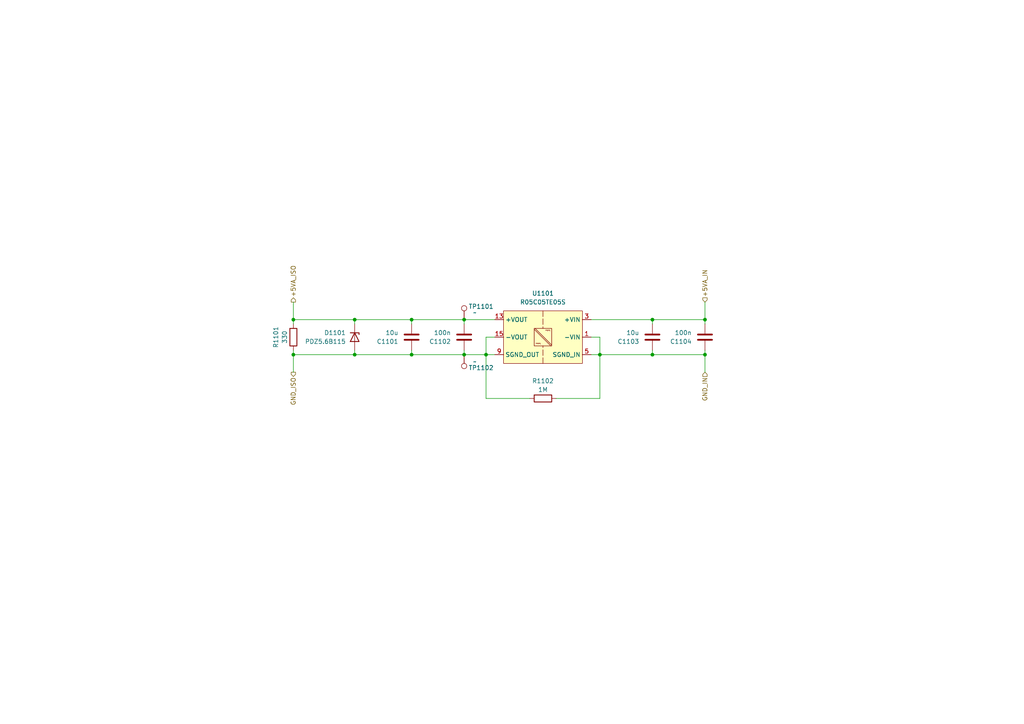
<source format=kicad_sch>
(kicad_sch
	(version 20231120)
	(generator "eeschema")
	(generator_version "8.0")
	(uuid "ede1a434-3ade-4ca1-956e-b7a072de2b56")
	(paper "A4")
	(title_block
		(title "Measurement")
		(date "2025-02-23")
		(rev "0.0.0")
		(company "Open Battery Tester")
		(comment 1 "Isolation DC/DC")
	)
	(lib_symbols
		(symbol "meas:C"
			(pin_numbers hide)
			(pin_names
				(offset 0.254)
			)
			(exclude_from_sim no)
			(in_bom yes)
			(on_board yes)
			(property "Reference" "C"
				(at 0.635 2.54 0)
				(effects
					(font
						(size 1.27 1.27)
					)
					(justify left)
				)
			)
			(property "Value" "C"
				(at 0.635 -2.54 0)
				(effects
					(font
						(size 1.27 1.27)
					)
					(justify left)
				)
			)
			(property "Footprint" ""
				(at 0.9652 -3.81 0)
				(effects
					(font
						(size 1.27 1.27)
					)
					(hide yes)
				)
			)
			(property "Datasheet" "~"
				(at 0 0 0)
				(effects
					(font
						(size 1.27 1.27)
					)
					(hide yes)
				)
			)
			(property "Description" "Unpolarized capacitor"
				(at 0 0 0)
				(effects
					(font
						(size 1.27 1.27)
					)
					(hide yes)
				)
			)
			(property "ki_keywords" "cap capacitor"
				(at 0 0 0)
				(effects
					(font
						(size 1.27 1.27)
					)
					(hide yes)
				)
			)
			(property "ki_fp_filters" "C_*"
				(at 0 0 0)
				(effects
					(font
						(size 1.27 1.27)
					)
					(hide yes)
				)
			)
			(symbol "C_0_1"
				(polyline
					(pts
						(xy -2.032 -0.762) (xy 2.032 -0.762)
					)
					(stroke
						(width 0.508)
						(type default)
					)
					(fill
						(type none)
					)
				)
				(polyline
					(pts
						(xy -2.032 0.762) (xy 2.032 0.762)
					)
					(stroke
						(width 0.508)
						(type default)
					)
					(fill
						(type none)
					)
				)
			)
			(symbol "C_1_1"
				(pin passive line
					(at 0 3.81 270)
					(length 2.794)
					(name "~"
						(effects
							(font
								(size 1.27 1.27)
							)
						)
					)
					(number "1"
						(effects
							(font
								(size 1.27 1.27)
							)
						)
					)
				)
				(pin passive line
					(at 0 -3.81 90)
					(length 2.794)
					(name "~"
						(effects
							(font
								(size 1.27 1.27)
							)
						)
					)
					(number "2"
						(effects
							(font
								(size 1.27 1.27)
							)
						)
					)
				)
			)
		)
		(symbol "meas:D_Zener"
			(pin_numbers hide)
			(pin_names
				(offset 1.016) hide)
			(exclude_from_sim no)
			(in_bom yes)
			(on_board yes)
			(property "Reference" "D"
				(at 0 2.54 0)
				(effects
					(font
						(size 1.27 1.27)
					)
				)
			)
			(property "Value" "D_Zener"
				(at 0 -2.54 0)
				(effects
					(font
						(size 1.27 1.27)
					)
				)
			)
			(property "Footprint" ""
				(at 0 0 0)
				(effects
					(font
						(size 1.27 1.27)
					)
					(hide yes)
				)
			)
			(property "Datasheet" "~"
				(at 0 0 0)
				(effects
					(font
						(size 1.27 1.27)
					)
					(hide yes)
				)
			)
			(property "Description" "Zener diode"
				(at 0 0 0)
				(effects
					(font
						(size 1.27 1.27)
					)
					(hide yes)
				)
			)
			(property "ki_keywords" "diode"
				(at 0 0 0)
				(effects
					(font
						(size 1.27 1.27)
					)
					(hide yes)
				)
			)
			(property "ki_fp_filters" "TO-???* *_Diode_* *SingleDiode* D_*"
				(at 0 0 0)
				(effects
					(font
						(size 1.27 1.27)
					)
					(hide yes)
				)
			)
			(symbol "D_Zener_0_1"
				(polyline
					(pts
						(xy 1.27 0) (xy -1.27 0)
					)
					(stroke
						(width 0)
						(type default)
					)
					(fill
						(type none)
					)
				)
				(polyline
					(pts
						(xy -1.27 -1.27) (xy -1.27 1.27) (xy -0.762 1.27)
					)
					(stroke
						(width 0.254)
						(type default)
					)
					(fill
						(type none)
					)
				)
				(polyline
					(pts
						(xy 1.27 -1.27) (xy 1.27 1.27) (xy -1.27 0) (xy 1.27 -1.27)
					)
					(stroke
						(width 0.254)
						(type default)
					)
					(fill
						(type none)
					)
				)
			)
			(symbol "D_Zener_1_1"
				(pin passive line
					(at -3.81 0 0)
					(length 2.54)
					(name "K"
						(effects
							(font
								(size 1.27 1.27)
							)
						)
					)
					(number "1"
						(effects
							(font
								(size 1.27 1.27)
							)
						)
					)
				)
				(pin passive line
					(at 3.81 0 180)
					(length 2.54)
					(name "A"
						(effects
							(font
								(size 1.27 1.27)
							)
						)
					)
					(number "2"
						(effects
							(font
								(size 1.27 1.27)
							)
						)
					)
				)
			)
		)
		(symbol "meas:R"
			(pin_numbers hide)
			(pin_names
				(offset 0)
			)
			(exclude_from_sim no)
			(in_bom yes)
			(on_board yes)
			(property "Reference" "R"
				(at 2.032 0 90)
				(effects
					(font
						(size 1.27 1.27)
					)
				)
			)
			(property "Value" "R"
				(at 0 0 90)
				(effects
					(font
						(size 1.27 1.27)
					)
				)
			)
			(property "Footprint" ""
				(at -1.778 0 90)
				(effects
					(font
						(size 1.27 1.27)
					)
					(hide yes)
				)
			)
			(property "Datasheet" "~"
				(at 0 0 0)
				(effects
					(font
						(size 1.27 1.27)
					)
					(hide yes)
				)
			)
			(property "Description" "Resistor"
				(at 0 0 0)
				(effects
					(font
						(size 1.27 1.27)
					)
					(hide yes)
				)
			)
			(property "ki_keywords" "R res resistor"
				(at 0 0 0)
				(effects
					(font
						(size 1.27 1.27)
					)
					(hide yes)
				)
			)
			(property "ki_fp_filters" "R_*"
				(at 0 0 0)
				(effects
					(font
						(size 1.27 1.27)
					)
					(hide yes)
				)
			)
			(symbol "R_0_1"
				(rectangle
					(start -1.016 -2.54)
					(end 1.016 2.54)
					(stroke
						(width 0.254)
						(type default)
					)
					(fill
						(type none)
					)
				)
			)
			(symbol "R_1_1"
				(pin passive line
					(at 0 3.81 270)
					(length 1.27)
					(name "~"
						(effects
							(font
								(size 1.27 1.27)
							)
						)
					)
					(number "1"
						(effects
							(font
								(size 1.27 1.27)
							)
						)
					)
				)
				(pin passive line
					(at 0 -3.81 90)
					(length 1.27)
					(name "~"
						(effects
							(font
								(size 1.27 1.27)
							)
						)
					)
					(number "2"
						(effects
							(font
								(size 1.27 1.27)
							)
						)
					)
				)
			)
		)
		(symbol "meas:R05C05TE05S"
			(exclude_from_sim no)
			(in_bom yes)
			(on_board yes)
			(property "Reference" "U"
				(at 0 11.43 0)
				(effects
					(font
						(size 1.27 1.27)
					)
				)
			)
			(property "Value" "R05C05TE05S"
				(at 0 8.89 0)
				(effects
					(font
						(size 1.27 1.27)
					)
				)
			)
			(property "Footprint" "Package_SO:SOIC-16W_7.5x10.3mm_P1.27mm"
				(at 0 0 0)
				(effects
					(font
						(size 1.27 1.27)
					)
					(hide yes)
				)
			)
			(property "Datasheet" "https://g.recomcdn.com/media/Datasheet/pdf/.fZe7-AHZ/.tce0d3579c4367bc096e6/Datasheet-514/RxxC05TExxS.pdf"
				(at 0 0 0)
				(effects
					(font
						(size 1.27 1.27)
					)
					(hide yes)
				)
			)
			(property "Description" "DC/DC Converter, Isolated, Regulated"
				(at 0 0 0)
				(effects
					(font
						(size 1.27 1.27)
					)
					(hide yes)
				)
			)
			(symbol "R05C05TE05S_0_0"
				(pin power_in line
					(at -13.97 0 0)
					(length 2.54)
					(name "-VIN"
						(effects
							(font
								(size 1.27 1.27)
							)
						)
					)
					(number "1"
						(effects
							(font
								(size 1.27 1.27)
							)
						)
					)
				)
				(pin passive line
					(at 13.97 -5.08 180)
					(length 2.54) hide
					(name "SGND_OUT"
						(effects
							(font
								(size 1.27 1.27)
							)
						)
					)
					(number "11"
						(effects
							(font
								(size 1.27 1.27)
							)
						)
					)
				)
				(pin passive line
					(at 13.97 -5.08 180)
					(length 2.54) hide
					(name "SGND_OUT"
						(effects
							(font
								(size 1.27 1.27)
							)
						)
					)
					(number "12"
						(effects
							(font
								(size 1.27 1.27)
							)
						)
					)
				)
				(pin power_out line
					(at 13.97 5.08 180)
					(length 2.54)
					(name "+VOUT"
						(effects
							(font
								(size 1.27 1.27)
							)
						)
					)
					(number "13"
						(effects
							(font
								(size 1.27 1.27)
							)
						)
					)
				)
				(pin passive line
					(at 13.97 5.08 180)
					(length 2.54) hide
					(name "+VOUT"
						(effects
							(font
								(size 1.27 1.27)
							)
						)
					)
					(number "14"
						(effects
							(font
								(size 1.27 1.27)
							)
						)
					)
				)
				(pin power_out line
					(at 13.97 0 180)
					(length 2.54)
					(name "-VOUT"
						(effects
							(font
								(size 1.27 1.27)
							)
						)
					)
					(number "15"
						(effects
							(font
								(size 1.27 1.27)
							)
						)
					)
				)
				(pin passive line
					(at 13.97 0 180)
					(length 2.54) hide
					(name "-VOUT"
						(effects
							(font
								(size 1.27 1.27)
							)
						)
					)
					(number "16"
						(effects
							(font
								(size 1.27 1.27)
							)
						)
					)
				)
				(pin passive line
					(at -13.97 0 0)
					(length 2.54) hide
					(name "-VIN"
						(effects
							(font
								(size 1.27 1.27)
							)
						)
					)
					(number "2"
						(effects
							(font
								(size 1.27 1.27)
							)
						)
					)
				)
				(pin power_in line
					(at -13.97 5.08 0)
					(length 2.54)
					(name "+VIN"
						(effects
							(font
								(size 1.27 1.27)
							)
						)
					)
					(number "3"
						(effects
							(font
								(size 1.27 1.27)
							)
						)
					)
				)
				(pin passive line
					(at -13.97 5.08 0)
					(length 2.54) hide
					(name "+VIN"
						(effects
							(font
								(size 1.27 1.27)
							)
						)
					)
					(number "4"
						(effects
							(font
								(size 1.27 1.27)
							)
						)
					)
				)
				(pin input line
					(at -13.97 -5.08 0)
					(length 2.54)
					(name "SGND_IN"
						(effects
							(font
								(size 1.27 1.27)
							)
						)
					)
					(number "5"
						(effects
							(font
								(size 1.27 1.27)
							)
						)
					)
				)
				(pin passive line
					(at -13.97 -5.08 0)
					(length 2.54) hide
					(name "SGND_IN"
						(effects
							(font
								(size 1.27 1.27)
							)
						)
					)
					(number "6"
						(effects
							(font
								(size 1.27 1.27)
							)
						)
					)
				)
				(pin passive line
					(at -13.97 -5.08 0)
					(length 2.54) hide
					(name "SGND_IN"
						(effects
							(font
								(size 1.27 1.27)
							)
						)
					)
					(number "7"
						(effects
							(font
								(size 1.27 1.27)
							)
						)
					)
				)
				(pin passive line
					(at -13.97 -5.08 0)
					(length 2.54) hide
					(name "SGND_IN"
						(effects
							(font
								(size 1.27 1.27)
							)
						)
					)
					(number "8"
						(effects
							(font
								(size 1.27 1.27)
							)
						)
					)
				)
				(pin input line
					(at 13.97 -5.08 180)
					(length 2.54)
					(name "SGND_OUT"
						(effects
							(font
								(size 1.27 1.27)
							)
						)
					)
					(number "9"
						(effects
							(font
								(size 1.27 1.27)
							)
						)
					)
				)
			)
			(symbol "R05C05TE05S_0_1"
				(rectangle
					(start -2.54 2.54)
					(end 2.54 -2.54)
					(stroke
						(width 0)
						(type default)
					)
					(fill
						(type none)
					)
				)
				(polyline
					(pts
						(xy -2.286 -2.54) (xy -2.286 -2.54)
					)
					(stroke
						(width 0)
						(type default)
					)
					(fill
						(type none)
					)
				)
				(polyline
					(pts
						(xy -2.032 1.778) (xy -0.762 1.778)
					)
					(stroke
						(width 0)
						(type dot)
					)
					(fill
						(type none)
					)
				)
				(polyline
					(pts
						(xy -2.032 2.032) (xy -0.762 2.032)
					)
					(stroke
						(width 0)
						(type default)
					)
					(fill
						(type none)
					)
				)
				(polyline
					(pts
						(xy -0.762 1.778) (xy -0.762 1.778)
					)
					(stroke
						(width 0)
						(type default)
					)
					(fill
						(type none)
					)
				)
				(polyline
					(pts
						(xy 0.762 -2.032) (xy 2.032 -2.032)
					)
					(stroke
						(width 0)
						(type dot)
					)
					(fill
						(type none)
					)
				)
				(polyline
					(pts
						(xy 0.762 -1.778) (xy 2.032 -1.778)
					)
					(stroke
						(width 0)
						(type default)
					)
					(fill
						(type none)
					)
				)
				(polyline
					(pts
						(xy 2.286 2.54) (xy -2.54 -2.286)
					)
					(stroke
						(width 0)
						(type default)
					)
					(fill
						(type none)
					)
				)
				(polyline
					(pts
						(xy 2.54 2.286) (xy -2.286 -2.54)
					)
					(stroke
						(width 0)
						(type default)
					)
					(fill
						(type none)
					)
				)
			)
			(symbol "R05C05TE05S_1_0"
				(pin no_connect non_logic
					(at 0 10.16 270)
					(length 2.54) hide
					(name "DNC"
						(effects
							(font
								(size 1.27 1.27)
							)
						)
					)
					(number "10"
						(effects
							(font
								(size 1.27 1.27)
							)
						)
					)
				)
			)
			(symbol "R05C05TE05S_1_1"
				(rectangle
					(start -11.43 7.62)
					(end 11.43 -7.62)
					(stroke
						(width 0)
						(type default)
					)
					(fill
						(type background)
					)
				)
				(polyline
					(pts
						(xy 0 -7.62) (xy 0 -2.54)
					)
					(stroke
						(width 0)
						(type dash)
					)
					(fill
						(type none)
					)
				)
				(polyline
					(pts
						(xy 0 7.62) (xy 0 2.54)
					)
					(stroke
						(width 0)
						(type dash)
					)
					(fill
						(type none)
					)
				)
			)
		)
		(symbol "meas:TestPoint"
			(pin_numbers hide)
			(pin_names
				(offset 0.762) hide)
			(exclude_from_sim no)
			(in_bom yes)
			(on_board yes)
			(property "Reference" "TP"
				(at 0 6.858 0)
				(effects
					(font
						(size 1.27 1.27)
					)
				)
			)
			(property "Value" "TestPoint"
				(at 0 5.08 0)
				(effects
					(font
						(size 1.27 1.27)
					)
				)
			)
			(property "Footprint" ""
				(at 5.08 0 0)
				(effects
					(font
						(size 1.27 1.27)
					)
					(hide yes)
				)
			)
			(property "Datasheet" "~"
				(at 5.08 0 0)
				(effects
					(font
						(size 1.27 1.27)
					)
					(hide yes)
				)
			)
			(property "Description" "test point"
				(at 0 0 0)
				(effects
					(font
						(size 1.27 1.27)
					)
					(hide yes)
				)
			)
			(property "ki_keywords" "test point tp"
				(at 0 0 0)
				(effects
					(font
						(size 1.27 1.27)
					)
					(hide yes)
				)
			)
			(property "ki_fp_filters" "Pin* Test*"
				(at 0 0 0)
				(effects
					(font
						(size 1.27 1.27)
					)
					(hide yes)
				)
			)
			(symbol "TestPoint_0_1"
				(circle
					(center 0 3.302)
					(radius 0.762)
					(stroke
						(width 0)
						(type default)
					)
					(fill
						(type none)
					)
				)
			)
			(symbol "TestPoint_1_1"
				(pin passive line
					(at 0 0 90)
					(length 2.54)
					(name "1"
						(effects
							(font
								(size 1.27 1.27)
							)
						)
					)
					(number "1"
						(effects
							(font
								(size 1.27 1.27)
							)
						)
					)
				)
			)
		)
	)
	(junction
		(at 134.62 102.87)
		(diameter 0)
		(color 0 0 0 0)
		(uuid "0fe40f0d-be22-4c92-a3af-ac46ee96675f")
	)
	(junction
		(at 140.97 102.87)
		(diameter 0)
		(color 0 0 0 0)
		(uuid "111b0ed6-65e5-4f09-b08b-9858d51e4206")
	)
	(junction
		(at 119.38 102.87)
		(diameter 0)
		(color 0 0 0 0)
		(uuid "20afa583-9f24-4903-8ec1-921384d9686b")
	)
	(junction
		(at 173.99 102.87)
		(diameter 0)
		(color 0 0 0 0)
		(uuid "23cd4521-f1f9-44db-92c4-60885f2a29bf")
	)
	(junction
		(at 204.47 102.87)
		(diameter 0)
		(color 0 0 0 0)
		(uuid "279164ed-ca6e-4fe6-a06a-6aa3935ebb6c")
	)
	(junction
		(at 134.62 92.71)
		(diameter 0)
		(color 0 0 0 0)
		(uuid "57ae4673-4ef1-4aa9-a619-2bb360d044b3")
	)
	(junction
		(at 189.23 102.87)
		(diameter 0)
		(color 0 0 0 0)
		(uuid "5b053253-1415-40e8-bed7-3cff4a972484")
	)
	(junction
		(at 204.47 92.71)
		(diameter 0)
		(color 0 0 0 0)
		(uuid "91418a4f-a852-4606-9c96-bfeb52b6e608")
	)
	(junction
		(at 119.38 92.71)
		(diameter 0)
		(color 0 0 0 0)
		(uuid "b082c333-8a9c-4758-8692-2b9bde964657")
	)
	(junction
		(at 102.87 102.87)
		(diameter 0)
		(color 0 0 0 0)
		(uuid "c9b08b2d-ea0d-4311-ad9b-6ad4771a1fd6")
	)
	(junction
		(at 85.09 102.87)
		(diameter 0)
		(color 0 0 0 0)
		(uuid "e13fe924-8046-44ec-8ca0-c4eec8a2b29a")
	)
	(junction
		(at 85.09 92.71)
		(diameter 0)
		(color 0 0 0 0)
		(uuid "e45d805d-2092-4cff-8225-29f0caef7197")
	)
	(junction
		(at 189.23 92.71)
		(diameter 0)
		(color 0 0 0 0)
		(uuid "ead167de-f60f-4971-9b8c-d10d53196a8a")
	)
	(junction
		(at 102.87 92.71)
		(diameter 0)
		(color 0 0 0 0)
		(uuid "f29efa42-2079-48c8-afc5-08c1b8ae4c26")
	)
	(wire
		(pts
			(xy 119.38 101.6) (xy 119.38 102.87)
		)
		(stroke
			(width 0)
			(type default)
		)
		(uuid "01e812d6-5885-4732-9ae7-9a784848c43c")
	)
	(wire
		(pts
			(xy 171.45 102.87) (xy 173.99 102.87)
		)
		(stroke
			(width 0)
			(type default)
		)
		(uuid "091d7e69-bbb7-4752-8c5e-aad19bfa3fe9")
	)
	(wire
		(pts
			(xy 85.09 93.98) (xy 85.09 92.71)
		)
		(stroke
			(width 0)
			(type default)
		)
		(uuid "166245e7-f17a-45c9-ad53-8adddff253d5")
	)
	(wire
		(pts
			(xy 140.97 102.87) (xy 143.51 102.87)
		)
		(stroke
			(width 0)
			(type default)
		)
		(uuid "1c3c0431-f053-47a5-ae92-cbc36e6f5fb4")
	)
	(wire
		(pts
			(xy 189.23 93.98) (xy 189.23 92.71)
		)
		(stroke
			(width 0)
			(type default)
		)
		(uuid "21775dba-9fd9-4f47-bf06-05bf307df21c")
	)
	(wire
		(pts
			(xy 134.62 92.71) (xy 143.51 92.71)
		)
		(stroke
			(width 0)
			(type default)
		)
		(uuid "24fcb521-71cd-4195-918c-4fc8460d4103")
	)
	(wire
		(pts
			(xy 204.47 92.71) (xy 189.23 92.71)
		)
		(stroke
			(width 0)
			(type default)
		)
		(uuid "2e3bb84c-b3c1-41e6-b7df-752748035829")
	)
	(wire
		(pts
			(xy 171.45 97.79) (xy 173.99 97.79)
		)
		(stroke
			(width 0)
			(type default)
		)
		(uuid "2f9c3b91-fc32-47ea-9ae1-efc905949c78")
	)
	(wire
		(pts
			(xy 140.97 97.79) (xy 140.97 102.87)
		)
		(stroke
			(width 0)
			(type default)
		)
		(uuid "33bfc146-81f7-45c3-9709-d1fffde61697")
	)
	(wire
		(pts
			(xy 102.87 101.6) (xy 102.87 102.87)
		)
		(stroke
			(width 0)
			(type default)
		)
		(uuid "346cecfd-8408-4628-9476-324cc6c6a432")
	)
	(wire
		(pts
			(xy 189.23 101.6) (xy 189.23 102.87)
		)
		(stroke
			(width 0)
			(type default)
		)
		(uuid "36038b32-b994-4bbc-ac27-77f79eaca0f2")
	)
	(wire
		(pts
			(xy 102.87 102.87) (xy 119.38 102.87)
		)
		(stroke
			(width 0)
			(type default)
		)
		(uuid "38c20055-4824-49f3-99ca-a33867abb65b")
	)
	(wire
		(pts
			(xy 119.38 92.71) (xy 134.62 92.71)
		)
		(stroke
			(width 0)
			(type default)
		)
		(uuid "39be44bb-07ed-4abb-9185-0be4699f1a84")
	)
	(wire
		(pts
			(xy 140.97 102.87) (xy 140.97 115.57)
		)
		(stroke
			(width 0)
			(type default)
		)
		(uuid "3e23c767-2ef2-4baa-9ade-b1d359b37aad")
	)
	(wire
		(pts
			(xy 119.38 93.98) (xy 119.38 92.71)
		)
		(stroke
			(width 0)
			(type default)
		)
		(uuid "4b1dd27f-2534-472b-9df4-aa3a782ed3e9")
	)
	(wire
		(pts
			(xy 161.29 115.57) (xy 173.99 115.57)
		)
		(stroke
			(width 0)
			(type default)
		)
		(uuid "50093ce9-ba7a-4330-98c6-e09482fbb152")
	)
	(wire
		(pts
			(xy 134.62 92.71) (xy 134.62 93.98)
		)
		(stroke
			(width 0)
			(type default)
		)
		(uuid "55f2a8db-5e17-4785-aa51-8c43bed2c402")
	)
	(wire
		(pts
			(xy 173.99 97.79) (xy 173.99 102.87)
		)
		(stroke
			(width 0)
			(type default)
		)
		(uuid "6321d685-270b-454a-a1f2-e4c5532a32d2")
	)
	(wire
		(pts
			(xy 140.97 115.57) (xy 153.67 115.57)
		)
		(stroke
			(width 0)
			(type default)
		)
		(uuid "6b32bff4-faa3-492f-b779-436a212d1b2a")
	)
	(wire
		(pts
			(xy 204.47 87.63) (xy 204.47 92.71)
		)
		(stroke
			(width 0)
			(type default)
		)
		(uuid "78faca75-433e-4ea2-9a53-a48280aa0433")
	)
	(wire
		(pts
			(xy 85.09 102.87) (xy 85.09 107.95)
		)
		(stroke
			(width 0)
			(type default)
		)
		(uuid "7b34f058-b4ec-4289-94a3-470ac34e845e")
	)
	(wire
		(pts
			(xy 85.09 92.71) (xy 102.87 92.71)
		)
		(stroke
			(width 0)
			(type default)
		)
		(uuid "8e665d8d-fc14-46ab-8095-e744054b0776")
	)
	(wire
		(pts
			(xy 204.47 101.6) (xy 204.47 102.87)
		)
		(stroke
			(width 0)
			(type default)
		)
		(uuid "8ebbb244-2628-46fd-a8df-8dc70d3528d1")
	)
	(wire
		(pts
			(xy 171.45 92.71) (xy 189.23 92.71)
		)
		(stroke
			(width 0)
			(type default)
		)
		(uuid "8efc38b1-ac34-4a93-96b5-d2ef87028b9a")
	)
	(wire
		(pts
			(xy 173.99 115.57) (xy 173.99 102.87)
		)
		(stroke
			(width 0)
			(type default)
		)
		(uuid "95bd38c1-2dce-4bd1-8e4d-4fb38858205c")
	)
	(wire
		(pts
			(xy 85.09 102.87) (xy 85.09 101.6)
		)
		(stroke
			(width 0)
			(type default)
		)
		(uuid "98d9ab8d-4e0c-4a8a-8141-ecebce11f65f")
	)
	(wire
		(pts
			(xy 204.47 102.87) (xy 204.47 107.95)
		)
		(stroke
			(width 0)
			(type default)
		)
		(uuid "990d50fe-67db-43ea-9d88-7bf11862af3b")
	)
	(wire
		(pts
			(xy 102.87 93.98) (xy 102.87 92.71)
		)
		(stroke
			(width 0)
			(type default)
		)
		(uuid "9a4c1628-4384-4a14-a8dc-325f98c3b1e8")
	)
	(wire
		(pts
			(xy 134.62 102.87) (xy 140.97 102.87)
		)
		(stroke
			(width 0)
			(type default)
		)
		(uuid "a167f56f-b5f5-418f-8075-d7b4029f8d4e")
	)
	(wire
		(pts
			(xy 102.87 92.71) (xy 119.38 92.71)
		)
		(stroke
			(width 0)
			(type default)
		)
		(uuid "a7936512-06c7-4e90-ac46-27455b1109c6")
	)
	(wire
		(pts
			(xy 134.62 101.6) (xy 134.62 102.87)
		)
		(stroke
			(width 0)
			(type default)
		)
		(uuid "ad0d3615-603a-406f-aea5-46fff477ee1c")
	)
	(wire
		(pts
			(xy 102.87 102.87) (xy 85.09 102.87)
		)
		(stroke
			(width 0)
			(type default)
		)
		(uuid "b02aabc4-1298-4ae0-bdcf-2b26806194c6")
	)
	(wire
		(pts
			(xy 173.99 102.87) (xy 189.23 102.87)
		)
		(stroke
			(width 0)
			(type default)
		)
		(uuid "bc2719eb-bcd4-4a18-8f22-390cac59e35a")
	)
	(wire
		(pts
			(xy 204.47 102.87) (xy 189.23 102.87)
		)
		(stroke
			(width 0)
			(type default)
		)
		(uuid "c7c39f6f-b63b-4810-8b51-4a50bfbfe55b")
	)
	(wire
		(pts
			(xy 143.51 97.79) (xy 140.97 97.79)
		)
		(stroke
			(width 0)
			(type default)
		)
		(uuid "cd6278c1-958b-4f59-a6e2-2d98c12f9cbc")
	)
	(wire
		(pts
			(xy 85.09 92.71) (xy 85.09 87.63)
		)
		(stroke
			(width 0)
			(type default)
		)
		(uuid "e35d933c-366d-4cc5-b038-2ee292802afc")
	)
	(wire
		(pts
			(xy 134.62 102.87) (xy 119.38 102.87)
		)
		(stroke
			(width 0)
			(type default)
		)
		(uuid "eee6e3da-549c-47a5-87d4-536d8848584d")
	)
	(wire
		(pts
			(xy 204.47 93.98) (xy 204.47 92.71)
		)
		(stroke
			(width 0)
			(type default)
		)
		(uuid "fdec11a1-499a-4956-abcd-aa1afe633874")
	)
	(hierarchical_label "GND_ISO"
		(shape output)
		(at 85.09 107.95 270)
		(fields_autoplaced yes)
		(effects
			(font
				(size 1.27 1.27)
			)
			(justify right)
		)
		(uuid "0631c0c8-3364-47a0-8530-6e274eca0bcc")
	)
	(hierarchical_label "+5VA_IN"
		(shape input)
		(at 204.47 87.63 90)
		(fields_autoplaced yes)
		(effects
			(font
				(size 1.27 1.27)
			)
			(justify left)
		)
		(uuid "2f3962e3-a195-479b-afcd-8b46d91a7e03")
	)
	(hierarchical_label "GND_IN"
		(shape input)
		(at 204.47 107.95 270)
		(fields_autoplaced yes)
		(effects
			(font
				(size 1.27 1.27)
			)
			(justify right)
		)
		(uuid "9e070ed5-45fc-4e46-82b7-266c6b950621")
	)
	(hierarchical_label "+5VA_ISO"
		(shape output)
		(at 85.09 87.63 90)
		(fields_autoplaced yes)
		(effects
			(font
				(size 1.27 1.27)
			)
			(justify left)
		)
		(uuid "f5fa3861-d01b-4c30-a8b2-4a36c215c0ed")
	)
	(symbol
		(lib_id "meas:R")
		(at 157.48 115.57 90)
		(unit 1)
		(exclude_from_sim no)
		(in_bom yes)
		(on_board yes)
		(dnp no)
		(uuid "06251ac9-2785-47ae-89d2-facbde8d49e5")
		(property "Reference" "R1102"
			(at 157.48 110.49 90)
			(effects
				(font
					(size 1.27 1.27)
				)
			)
		)
		(property "Value" "1M"
			(at 157.48 113.03 90)
			(effects
				(font
					(size 1.27 1.27)
				)
			)
		)
		(property "Footprint" "meas:R_1210_3225Metric_Pad1.30x2.65mm_HandSolder"
			(at 157.48 117.348 90)
			(effects
				(font
					(size 1.27 1.27)
				)
				(hide yes)
			)
		)
		(property "Datasheet" "./datasheet/R_SMD_Yageo.pdf"
			(at 157.48 115.57 0)
			(effects
				(font
					(size 1.27 1.27)
				)
				(hide yes)
			)
		)
		(property "Description" "Resistor"
			(at 157.48 115.57 0)
			(effects
				(font
					(size 1.27 1.27)
				)
				(hide yes)
			)
		)
		(property "MPN" "RC1210FR-071ML"
			(at 157.48 115.57 0)
			(effects
				(font
					(size 1.27 1.27)
				)
				(hide yes)
			)
		)
		(property "VPN" "603-RC1210FR-071ML"
			(at 157.48 115.57 0)
			(effects
				(font
					(size 1.27 1.27)
				)
				(hide yes)
			)
		)
		(pin "1"
			(uuid "aa7e5ddd-1fa1-4f04-9958-8bb8e1870f71")
		)
		(pin "2"
			(uuid "484c5237-1ee8-4f3a-8656-2457f34b8395")
		)
		(instances
			(project "meas"
				(path "/f710e4da-f895-4fe1-9122-3234febe82c7/88ef241f-2c81-4530-a1b0-8807865e8a1b"
					(reference "R1102")
					(unit 1)
				)
				(path "/f710e4da-f895-4fe1-9122-3234febe82c7/008bd584-3da4-49b8-9c46-45e2dc96c3df"
					(reference "R1202")
					(unit 1)
				)
				(path "/f710e4da-f895-4fe1-9122-3234febe82c7/affef7c6-81ec-4fdf-ac2f-2b333cd52648"
					(reference "R1302")
					(unit 1)
				)
				(path "/f710e4da-f895-4fe1-9122-3234febe82c7/b5f87f4b-fb53-4809-8a32-dbb08658c8bc"
					(reference "R1402")
					(unit 1)
				)
			)
		)
	)
	(symbol
		(lib_id "meas:C")
		(at 134.62 97.79 180)
		(unit 1)
		(exclude_from_sim no)
		(in_bom yes)
		(on_board yes)
		(dnp no)
		(uuid "0df03ce5-97e7-4027-a5fb-b52d8048af51")
		(property "Reference" "C1102"
			(at 130.81 99.0601 0)
			(effects
				(font
					(size 1.27 1.27)
				)
				(justify left)
			)
		)
		(property "Value" "100n"
			(at 130.81 96.5201 0)
			(effects
				(font
					(size 1.27 1.27)
				)
				(justify left)
			)
		)
		(property "Footprint" "meas:C_0805_2012Metric_Pad1.18x1.45mm_HandSolder"
			(at 133.6548 93.98 0)
			(effects
				(font
					(size 1.27 1.27)
				)
				(hide yes)
			)
		)
		(property "Datasheet" "./datasheet/C_SMD_X7R_Kemet.pdf"
			(at 134.62 97.79 0)
			(effects
				(font
					(size 1.27 1.27)
				)
				(hide yes)
			)
		)
		(property "Description" "Unpolarized capacitor"
			(at 134.62 97.79 0)
			(effects
				(font
					(size 1.27 1.27)
				)
				(hide yes)
			)
		)
		(property "MPN" "C0805C104K3RACTU"
			(at 134.62 97.79 0)
			(effects
				(font
					(size 1.27 1.27)
				)
				(hide yes)
			)
		)
		(property "VPN" "80-C0805C104K3R"
			(at 134.62 97.79 0)
			(effects
				(font
					(size 1.27 1.27)
				)
				(hide yes)
			)
		)
		(pin "1"
			(uuid "27d5b417-7e48-4de6-9246-b5c27c68fa4c")
		)
		(pin "2"
			(uuid "5330a6c4-dad2-4805-ac59-abd947a70d86")
		)
		(instances
			(project "meas"
				(path "/f710e4da-f895-4fe1-9122-3234febe82c7/88ef241f-2c81-4530-a1b0-8807865e8a1b"
					(reference "C1102")
					(unit 1)
				)
				(path "/f710e4da-f895-4fe1-9122-3234febe82c7/008bd584-3da4-49b8-9c46-45e2dc96c3df"
					(reference "C1202")
					(unit 1)
				)
				(path "/f710e4da-f895-4fe1-9122-3234febe82c7/affef7c6-81ec-4fdf-ac2f-2b333cd52648"
					(reference "C1302")
					(unit 1)
				)
				(path "/f710e4da-f895-4fe1-9122-3234febe82c7/b5f87f4b-fb53-4809-8a32-dbb08658c8bc"
					(reference "C1402")
					(unit 1)
				)
			)
		)
	)
	(symbol
		(lib_id "meas:C")
		(at 119.38 97.79 180)
		(unit 1)
		(exclude_from_sim no)
		(in_bom yes)
		(on_board yes)
		(dnp no)
		(uuid "26f603bb-9a48-4512-8b05-2401876cc43f")
		(property "Reference" "C1101"
			(at 115.57 99.0601 0)
			(effects
				(font
					(size 1.27 1.27)
				)
				(justify left)
			)
		)
		(property "Value" "10u"
			(at 115.57 96.5201 0)
			(effects
				(font
					(size 1.27 1.27)
				)
				(justify left)
			)
		)
		(property "Footprint" "meas:C_1210_3225Metric_Pad1.33x2.70mm_HandSolder"
			(at 118.4148 93.98 0)
			(effects
				(font
					(size 1.27 1.27)
				)
				(hide yes)
			)
		)
		(property "Datasheet" "./datasheet/C_SMD_X7R_Kemet.pdf"
			(at 119.38 97.79 0)
			(effects
				(font
					(size 1.27 1.27)
				)
				(hide yes)
			)
		)
		(property "Description" "Unpolarized capacitor"
			(at 119.38 97.79 0)
			(effects
				(font
					(size 1.27 1.27)
				)
				(hide yes)
			)
		)
		(property "MPN" "C1210C106K3RACTU"
			(at 119.38 97.79 0)
			(effects
				(font
					(size 1.27 1.27)
				)
				(hide yes)
			)
		)
		(property "VPN" "80-C1210C106K3R"
			(at 119.38 97.79 0)
			(effects
				(font
					(size 1.27 1.27)
				)
				(hide yes)
			)
		)
		(pin "1"
			(uuid "b3690767-7c1f-4a64-80bb-85930235b3e1")
		)
		(pin "2"
			(uuid "9cf20229-f1f9-455c-a4b8-dc516a55a152")
		)
		(instances
			(project "meas"
				(path "/f710e4da-f895-4fe1-9122-3234febe82c7/88ef241f-2c81-4530-a1b0-8807865e8a1b"
					(reference "C1101")
					(unit 1)
				)
				(path "/f710e4da-f895-4fe1-9122-3234febe82c7/008bd584-3da4-49b8-9c46-45e2dc96c3df"
					(reference "C1201")
					(unit 1)
				)
				(path "/f710e4da-f895-4fe1-9122-3234febe82c7/affef7c6-81ec-4fdf-ac2f-2b333cd52648"
					(reference "C1301")
					(unit 1)
				)
				(path "/f710e4da-f895-4fe1-9122-3234febe82c7/b5f87f4b-fb53-4809-8a32-dbb08658c8bc"
					(reference "C1401")
					(unit 1)
				)
			)
		)
	)
	(symbol
		(lib_id "meas:R")
		(at 85.09 97.79 180)
		(unit 1)
		(exclude_from_sim no)
		(in_bom yes)
		(on_board yes)
		(dnp no)
		(uuid "41eb8f1f-02c9-431c-94e0-f56be8198959")
		(property "Reference" "R1101"
			(at 80.01 97.79 90)
			(effects
				(font
					(size 1.27 1.27)
				)
			)
		)
		(property "Value" "330"
			(at 82.55 97.79 90)
			(effects
				(font
					(size 1.27 1.27)
				)
			)
		)
		(property "Footprint" "meas:R_1210_3225Metric_Pad1.30x2.65mm_HandSolder"
			(at 86.868 97.79 90)
			(effects
				(font
					(size 1.27 1.27)
				)
				(hide yes)
			)
		)
		(property "Datasheet" "./datasheet/R_SMD_Yageo.pdf"
			(at 85.09 97.79 0)
			(effects
				(font
					(size 1.27 1.27)
				)
				(hide yes)
			)
		)
		(property "Description" "Resistor"
			(at 85.09 97.79 0)
			(effects
				(font
					(size 1.27 1.27)
				)
				(hide yes)
			)
		)
		(property "MPN" "RC1210FR-07330RL"
			(at 85.09 97.79 0)
			(effects
				(font
					(size 1.27 1.27)
				)
				(hide yes)
			)
		)
		(property "VPN" "603-RC1210FR-07330RL"
			(at 85.09 97.79 0)
			(effects
				(font
					(size 1.27 1.27)
				)
				(hide yes)
			)
		)
		(pin "1"
			(uuid "3db6bbd9-b254-4117-b207-b3940da904ca")
		)
		(pin "2"
			(uuid "c5bd8467-0596-4955-8318-f5250d34418c")
		)
		(instances
			(project "meas"
				(path "/f710e4da-f895-4fe1-9122-3234febe82c7/88ef241f-2c81-4530-a1b0-8807865e8a1b"
					(reference "R1101")
					(unit 1)
				)
				(path "/f710e4da-f895-4fe1-9122-3234febe82c7/008bd584-3da4-49b8-9c46-45e2dc96c3df"
					(reference "R1201")
					(unit 1)
				)
				(path "/f710e4da-f895-4fe1-9122-3234febe82c7/affef7c6-81ec-4fdf-ac2f-2b333cd52648"
					(reference "R1301")
					(unit 1)
				)
				(path "/f710e4da-f895-4fe1-9122-3234febe82c7/b5f87f4b-fb53-4809-8a32-dbb08658c8bc"
					(reference "R1401")
					(unit 1)
				)
			)
		)
	)
	(symbol
		(lib_id "meas:R05C05TE05S")
		(at 157.48 97.79 0)
		(mirror y)
		(unit 1)
		(exclude_from_sim no)
		(in_bom yes)
		(on_board yes)
		(dnp no)
		(uuid "50ed3ce8-5fe1-470c-879c-d71176aeef46")
		(property "Reference" "U1101"
			(at 157.48 85.09 0)
			(effects
				(font
					(size 1.27 1.27)
				)
			)
		)
		(property "Value" "R05C05TE05S"
			(at 157.48 87.63 0)
			(effects
				(font
					(size 1.27 1.27)
				)
			)
		)
		(property "Footprint" "meas:SOIC-16W_7.5x10.3mm_P1.27mm"
			(at 157.48 97.79 0)
			(effects
				(font
					(size 1.27 1.27)
				)
				(hide yes)
			)
		)
		(property "Datasheet" "./datasheet/R05C05TE05S-R.pdf"
			(at 157.48 97.79 0)
			(effects
				(font
					(size 1.27 1.27)
				)
				(hide yes)
			)
		)
		(property "Description" "DC/DC Converter, Isolated, Regulated"
			(at 157.48 97.79 0)
			(effects
				(font
					(size 1.27 1.27)
				)
				(hide yes)
			)
		)
		(property "MPN" "R05C05TE05S-R"
			(at 157.48 97.79 0)
			(effects
				(font
					(size 1.27 1.27)
				)
				(hide yes)
			)
		)
		(property "VPN" "919-R05C05TE05S-R"
			(at 157.48 97.79 0)
			(effects
				(font
					(size 1.27 1.27)
				)
				(hide yes)
			)
		)
		(pin "6"
			(uuid "d45b4a56-7498-4434-9296-1da758efcf99")
		)
		(pin "7"
			(uuid "1cf3cc10-f2dc-48da-afb8-c2c1274971ef")
		)
		(pin "3"
			(uuid "69859fd2-0850-47f2-a6ff-c6207b1fe11a")
		)
		(pin "15"
			(uuid "81621159-a641-4d6f-99fe-dec6844e7433")
		)
		(pin "13"
			(uuid "7393f592-116e-4b55-8613-0c6704ee367e")
		)
		(pin "5"
			(uuid "86da8259-d83b-4fb9-953c-a50de11bc5df")
		)
		(pin "2"
			(uuid "2952ddc5-7b4b-4164-bbba-f2ce6093cbb6")
		)
		(pin "4"
			(uuid "44eee069-09ef-427e-957c-21d2c3897d11")
		)
		(pin "12"
			(uuid "e00f6034-2238-494a-b881-e0e8e40426b6")
		)
		(pin "14"
			(uuid "a8d1d3c9-d322-4ebb-90b3-0f93f40367b0")
		)
		(pin "11"
			(uuid "482e3313-e4ac-4fe9-b5da-db517baee60c")
		)
		(pin "8"
			(uuid "14013f88-2f6e-4c10-995a-92cc89607a01")
		)
		(pin "9"
			(uuid "321766a7-92f5-433e-ae4c-6465f3156df2")
		)
		(pin "16"
			(uuid "7d86e95a-11c4-487b-9aa1-36293cb152f6")
		)
		(pin "1"
			(uuid "857dfbe0-b0a5-46d4-bba3-6ad987d91f6c")
		)
		(pin "10"
			(uuid "2c82dad5-b44c-41c6-814d-457551b1c91f")
		)
		(instances
			(project "meas"
				(path "/f710e4da-f895-4fe1-9122-3234febe82c7/88ef241f-2c81-4530-a1b0-8807865e8a1b"
					(reference "U1101")
					(unit 1)
				)
				(path "/f710e4da-f895-4fe1-9122-3234febe82c7/008bd584-3da4-49b8-9c46-45e2dc96c3df"
					(reference "U1201")
					(unit 1)
				)
				(path "/f710e4da-f895-4fe1-9122-3234febe82c7/affef7c6-81ec-4fdf-ac2f-2b333cd52648"
					(reference "U1301")
					(unit 1)
				)
				(path "/f710e4da-f895-4fe1-9122-3234febe82c7/b5f87f4b-fb53-4809-8a32-dbb08658c8bc"
					(reference "U1401")
					(unit 1)
				)
			)
		)
	)
	(symbol
		(lib_id "meas:C")
		(at 204.47 97.79 180)
		(unit 1)
		(exclude_from_sim no)
		(in_bom yes)
		(on_board yes)
		(dnp no)
		(uuid "74225fb8-6aec-4f40-82d7-af2feefed4e7")
		(property "Reference" "C1104"
			(at 200.66 99.0601 0)
			(effects
				(font
					(size 1.27 1.27)
				)
				(justify left)
			)
		)
		(property "Value" "100n"
			(at 200.66 96.5201 0)
			(effects
				(font
					(size 1.27 1.27)
				)
				(justify left)
			)
		)
		(property "Footprint" "meas:C_0805_2012Metric_Pad1.18x1.45mm_HandSolder"
			(at 203.5048 93.98 0)
			(effects
				(font
					(size 1.27 1.27)
				)
				(hide yes)
			)
		)
		(property "Datasheet" "./datasheet/C_SMD_X7R_Kemet.pdf"
			(at 204.47 97.79 0)
			(effects
				(font
					(size 1.27 1.27)
				)
				(hide yes)
			)
		)
		(property "Description" "Unpolarized capacitor"
			(at 204.47 97.79 0)
			(effects
				(font
					(size 1.27 1.27)
				)
				(hide yes)
			)
		)
		(property "MPN" "C0805C104K3RACTU"
			(at 204.47 97.79 0)
			(effects
				(font
					(size 1.27 1.27)
				)
				(hide yes)
			)
		)
		(property "VPN" "80-C0805C104K3R"
			(at 204.47 97.79 0)
			(effects
				(font
					(size 1.27 1.27)
				)
				(hide yes)
			)
		)
		(pin "1"
			(uuid "da59ed99-a706-4461-afc1-20d26fd78f0e")
		)
		(pin "2"
			(uuid "4e2f6eea-cd3d-4107-821a-ea5d9fa5420c")
		)
		(instances
			(project "meas"
				(path "/f710e4da-f895-4fe1-9122-3234febe82c7/88ef241f-2c81-4530-a1b0-8807865e8a1b"
					(reference "C1104")
					(unit 1)
				)
				(path "/f710e4da-f895-4fe1-9122-3234febe82c7/008bd584-3da4-49b8-9c46-45e2dc96c3df"
					(reference "C1204")
					(unit 1)
				)
				(path "/f710e4da-f895-4fe1-9122-3234febe82c7/affef7c6-81ec-4fdf-ac2f-2b333cd52648"
					(reference "C1304")
					(unit 1)
				)
				(path "/f710e4da-f895-4fe1-9122-3234febe82c7/b5f87f4b-fb53-4809-8a32-dbb08658c8bc"
					(reference "C1404")
					(unit 1)
				)
			)
		)
	)
	(symbol
		(lib_id "meas:C")
		(at 189.23 97.79 180)
		(unit 1)
		(exclude_from_sim no)
		(in_bom yes)
		(on_board yes)
		(dnp no)
		(uuid "7fa9e75f-9f33-4444-93bc-3370c652d25a")
		(property "Reference" "C1103"
			(at 185.42 99.0601 0)
			(effects
				(font
					(size 1.27 1.27)
				)
				(justify left)
			)
		)
		(property "Value" "10u"
			(at 185.42 96.5201 0)
			(effects
				(font
					(size 1.27 1.27)
				)
				(justify left)
			)
		)
		(property "Footprint" "meas:C_1210_3225Metric_Pad1.33x2.70mm_HandSolder"
			(at 188.2648 93.98 0)
			(effects
				(font
					(size 1.27 1.27)
				)
				(hide yes)
			)
		)
		(property "Datasheet" "./datasheet/C_SMD_X7R_Kemet.pdf"
			(at 189.23 97.79 0)
			(effects
				(font
					(size 1.27 1.27)
				)
				(hide yes)
			)
		)
		(property "Description" "Unpolarized capacitor"
			(at 189.23 97.79 0)
			(effects
				(font
					(size 1.27 1.27)
				)
				(hide yes)
			)
		)
		(property "MPN" "C1210C106K3RACTU"
			(at 189.23 97.79 0)
			(effects
				(font
					(size 1.27 1.27)
				)
				(hide yes)
			)
		)
		(property "VPN" "80-C1210C106K3R"
			(at 189.23 97.79 0)
			(effects
				(font
					(size 1.27 1.27)
				)
				(hide yes)
			)
		)
		(pin "1"
			(uuid "3421bb2a-6b3c-44b6-aeb5-5affda09b161")
		)
		(pin "2"
			(uuid "6e220a3a-e3aa-45ac-bce8-d1d7ea9e6da1")
		)
		(instances
			(project "meas"
				(path "/f710e4da-f895-4fe1-9122-3234febe82c7/88ef241f-2c81-4530-a1b0-8807865e8a1b"
					(reference "C1103")
					(unit 1)
				)
				(path "/f710e4da-f895-4fe1-9122-3234febe82c7/008bd584-3da4-49b8-9c46-45e2dc96c3df"
					(reference "C1203")
					(unit 1)
				)
				(path "/f710e4da-f895-4fe1-9122-3234febe82c7/affef7c6-81ec-4fdf-ac2f-2b333cd52648"
					(reference "C1303")
					(unit 1)
				)
				(path "/f710e4da-f895-4fe1-9122-3234febe82c7/b5f87f4b-fb53-4809-8a32-dbb08658c8bc"
					(reference "C1403")
					(unit 1)
				)
			)
		)
	)
	(symbol
		(lib_id "meas:TestPoint")
		(at 134.62 92.71 0)
		(unit 1)
		(exclude_from_sim no)
		(in_bom yes)
		(on_board yes)
		(dnp no)
		(uuid "861ab0b0-30f1-46b8-bbfa-5788ea728d24")
		(property "Reference" "TP1101"
			(at 135.89 88.9 0)
			(effects
				(font
					(size 1.27 1.27)
				)
				(justify left)
			)
		)
		(property "Value" "~"
			(at 137.16 90.6779 0)
			(effects
				(font
					(size 1.27 1.27)
				)
				(justify left)
			)
		)
		(property "Footprint" "meas:TP_0805_2012Metric"
			(at 139.7 92.71 0)
			(effects
				(font
					(size 1.27 1.27)
				)
				(hide yes)
			)
		)
		(property "Datasheet" "./datasheet/RCTCTE.pdf"
			(at 139.7 92.71 0)
			(effects
				(font
					(size 1.27 1.27)
				)
				(hide yes)
			)
		)
		(property "Description" "test point"
			(at 134.62 92.71 0)
			(effects
				(font
					(size 1.27 1.27)
				)
				(hide yes)
			)
		)
		(property "MPN" "RCTCTE"
			(at 134.62 92.71 0)
			(effects
				(font
					(size 1.27 1.27)
				)
				(hide yes)
			)
		)
		(property "VPN" "660-RCTCTE"
			(at 134.62 92.71 0)
			(effects
				(font
					(size 1.27 1.27)
				)
				(hide yes)
			)
		)
		(pin "1"
			(uuid "edc83a4b-3e86-494a-b942-8beb254938bf")
		)
		(instances
			(project "meas"
				(path "/f710e4da-f895-4fe1-9122-3234febe82c7/88ef241f-2c81-4530-a1b0-8807865e8a1b"
					(reference "TP1101")
					(unit 1)
				)
				(path "/f710e4da-f895-4fe1-9122-3234febe82c7/008bd584-3da4-49b8-9c46-45e2dc96c3df"
					(reference "TP1201")
					(unit 1)
				)
				(path "/f710e4da-f895-4fe1-9122-3234febe82c7/affef7c6-81ec-4fdf-ac2f-2b333cd52648"
					(reference "TP1301")
					(unit 1)
				)
				(path "/f710e4da-f895-4fe1-9122-3234febe82c7/b5f87f4b-fb53-4809-8a32-dbb08658c8bc"
					(reference "TP1401")
					(unit 1)
				)
			)
		)
	)
	(symbol
		(lib_id "meas:D_Zener")
		(at 102.87 97.79 270)
		(unit 1)
		(exclude_from_sim no)
		(in_bom yes)
		(on_board yes)
		(dnp no)
		(uuid "a5c4e045-c5fd-4cb6-a3cf-f2293f704cf9")
		(property "Reference" "D1101"
			(at 100.33 96.5199 90)
			(effects
				(font
					(size 1.27 1.27)
				)
				(justify right)
			)
		)
		(property "Value" "PDZ5.6B115"
			(at 100.33 99.0599 90)
			(effects
				(font
					(size 1.27 1.27)
				)
				(justify right)
			)
		)
		(property "Footprint" "meas:D_SOD-323_HandSoldering"
			(at 102.87 97.79 0)
			(effects
				(font
					(size 1.27 1.27)
				)
				(hide yes)
			)
		)
		(property "Datasheet" "./datasheet/PDZ5.6B,115.pdf"
			(at 102.87 97.79 0)
			(effects
				(font
					(size 1.27 1.27)
				)
				(hide yes)
			)
		)
		(property "Description" "Zener diode"
			(at 102.87 97.79 0)
			(effects
				(font
					(size 1.27 1.27)
				)
				(hide yes)
			)
		)
		(property "MPN" "PDZ5.6B,115"
			(at 102.87 97.79 0)
			(effects
				(font
					(size 1.27 1.27)
				)
				(hide yes)
			)
		)
		(property "VPN" "771-PDZ5.6B-T/R"
			(at 102.87 97.79 0)
			(effects
				(font
					(size 1.27 1.27)
				)
				(hide yes)
			)
		)
		(pin "2"
			(uuid "953d67f6-489b-436f-b4fa-8839f6cb6d6e")
		)
		(pin "1"
			(uuid "f19bcbf2-c63a-4c5d-acdf-5a94f61d33dd")
		)
		(instances
			(project "meas"
				(path "/f710e4da-f895-4fe1-9122-3234febe82c7/88ef241f-2c81-4530-a1b0-8807865e8a1b"
					(reference "D1101")
					(unit 1)
				)
				(path "/f710e4da-f895-4fe1-9122-3234febe82c7/008bd584-3da4-49b8-9c46-45e2dc96c3df"
					(reference "D1201")
					(unit 1)
				)
				(path "/f710e4da-f895-4fe1-9122-3234febe82c7/affef7c6-81ec-4fdf-ac2f-2b333cd52648"
					(reference "D1301")
					(unit 1)
				)
				(path "/f710e4da-f895-4fe1-9122-3234febe82c7/b5f87f4b-fb53-4809-8a32-dbb08658c8bc"
					(reference "D1401")
					(unit 1)
				)
			)
		)
	)
	(symbol
		(lib_id "meas:TestPoint")
		(at 134.62 102.87 0)
		(mirror x)
		(unit 1)
		(exclude_from_sim no)
		(in_bom yes)
		(on_board yes)
		(dnp no)
		(uuid "f9914e97-1694-4d0e-a02b-f63b8fc76a89")
		(property "Reference" "TP1102"
			(at 135.89 106.68 0)
			(effects
				(font
					(size 1.27 1.27)
				)
				(justify left)
			)
		)
		(property "Value" "~"
			(at 137.16 104.9021 0)
			(effects
				(font
					(size 1.27 1.27)
				)
				(justify left)
			)
		)
		(property "Footprint" "meas:TP_0805_2012Metric"
			(at 139.7 102.87 0)
			(effects
				(font
					(size 1.27 1.27)
				)
				(hide yes)
			)
		)
		(property "Datasheet" "./datasheet/RCTCTE.pdf"
			(at 139.7 102.87 0)
			(effects
				(font
					(size 1.27 1.27)
				)
				(hide yes)
			)
		)
		(property "Description" "test point"
			(at 134.62 102.87 0)
			(effects
				(font
					(size 1.27 1.27)
				)
				(hide yes)
			)
		)
		(property "MPN" "RCTCTE"
			(at 134.62 102.87 0)
			(effects
				(font
					(size 1.27 1.27)
				)
				(hide yes)
			)
		)
		(property "VPN" "660-RCTCTE"
			(at 134.62 102.87 0)
			(effects
				(font
					(size 1.27 1.27)
				)
				(hide yes)
			)
		)
		(pin "1"
			(uuid "4f92028a-9602-4130-b731-62ffb50e930f")
		)
		(instances
			(project "meas"
				(path "/f710e4da-f895-4fe1-9122-3234febe82c7/88ef241f-2c81-4530-a1b0-8807865e8a1b"
					(reference "TP1102")
					(unit 1)
				)
				(path "/f710e4da-f895-4fe1-9122-3234febe82c7/008bd584-3da4-49b8-9c46-45e2dc96c3df"
					(reference "TP1202")
					(unit 1)
				)
				(path "/f710e4da-f895-4fe1-9122-3234febe82c7/affef7c6-81ec-4fdf-ac2f-2b333cd52648"
					(reference "TP1302")
					(unit 1)
				)
				(path "/f710e4da-f895-4fe1-9122-3234febe82c7/b5f87f4b-fb53-4809-8a32-dbb08658c8bc"
					(reference "TP1402")
					(unit 1)
				)
			)
		)
	)
)

</source>
